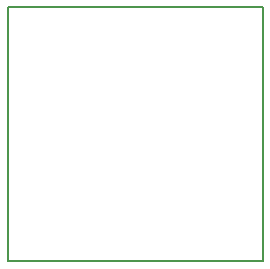
<source format=gm1>
G04 #@! TF.GenerationSoftware,KiCad,Pcbnew,5.0.2-bee76a0~70~ubuntu14.04.1*
G04 #@! TF.CreationDate,2018-12-14T16:37:15-07:00*
G04 #@! TF.ProjectId,ga4-evalboard,6761342d-6576-4616-9c62-6f6172642e6b,rev?*
G04 #@! TF.SameCoordinates,Original*
G04 #@! TF.FileFunction,Profile,NP*
%FSLAX46Y46*%
G04 Gerber Fmt 4.6, Leading zero omitted, Abs format (unit mm)*
G04 Created by KiCad (PCBNEW 5.0.2-bee76a0~70~ubuntu14.04.1) date Fri 14 Dec 2018 04:37:15 PM MST*
%MOMM*%
%LPD*%
G01*
G04 APERTURE LIST*
%ADD10C,0.200000*%
G04 APERTURE END LIST*
D10*
X133400000Y-112975000D02*
X133400000Y-91500000D01*
X155000000Y-112925000D02*
X133400000Y-112975000D01*
X155000000Y-91450000D02*
X155000000Y-112925000D01*
X133400000Y-91450000D02*
X155000000Y-91450000D01*
M02*

</source>
